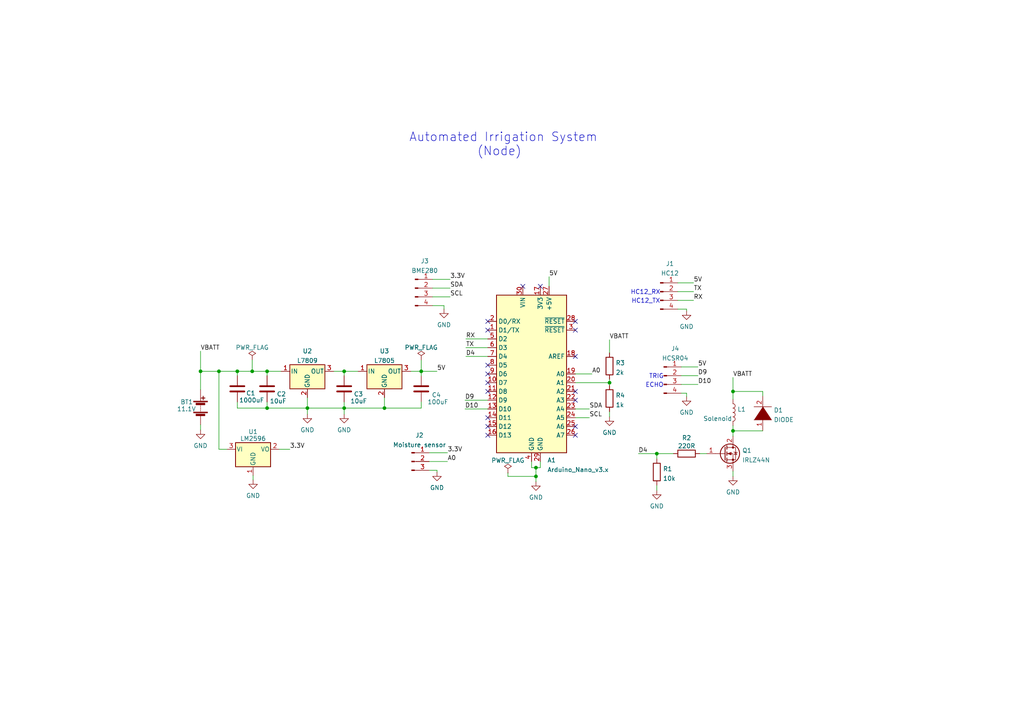
<source format=kicad_sch>
(kicad_sch (version 20211123) (generator eeschema)
  (paper "A4")
  (lib_symbols
    (symbol "Connector:Conn_01x03_Male" (pin_names (offset 1.016) hide)
      (property "Reference" "J" (at 0 5.08 0))
      (property "Value" "Conn_01x03_Male" (at 0 -5.08 0))
      (symbol "Conn_01x03_Male_1_1"
        (polyline (pts (xy 1.27 -2.54) (xy 0.8636 -2.54)) (stroke (width 0.1524)))
        (polyline (pts (xy 1.27 0) (xy 0.8636 0)) (stroke (width 0.1524)))
        (polyline (pts (xy 1.27 2.54) (xy 0.8636 2.54)) (stroke (width 0.1524)))
        (rectangle (start 0.8636 -2.413) (end 0 -2.667) (stroke (width 0.1524)) (fill (type outline)))
        (rectangle (start 0.8636 0.127) (end 0 -0.127) (stroke (width 0.1524)) (fill (type outline)))
        (rectangle (start 0.8636 2.667) (end 0 2.413) (stroke (width 0.1524)) (fill (type outline)))
        (pin passive line (at 5.08 2.54 180) (length 3.81) (name "Pin_1") (number "1"))
        (pin passive line (at 5.08 0 180) (length 3.81) (name "Pin_2") (number "2"))
        (pin passive line (at 5.08 -2.54 180) (length 3.81) (name "Pin_3") (number "3"))
      )
    )
    (symbol "Connector:Conn_01x04_Male" (pin_names (offset 1.016) hide)
      (property "Reference" "J" (at 0 5.08 0))
      (property "Value" "Conn_01x04_Male" (at 0 -7.62 0))
      (symbol "Conn_01x04_Male_1_1"
        (polyline (pts (xy 1.27 -5.08) (xy 0.8636 -5.08)) (stroke (width 0.1524)))
        (polyline (pts (xy 1.27 -2.54) (xy 0.8636 -2.54)) (stroke (width 0.1524)))
        (polyline (pts (xy 1.27 0) (xy 0.8636 0)) (stroke (width 0.1524)))
        (polyline (pts (xy 1.27 2.54) (xy 0.8636 2.54)) (stroke (width 0.1524)))
        (rectangle (start 0.8636 -4.953) (end 0 -5.207) (stroke (width 0.1524)) (fill (type outline)))
        (rectangle (start 0.8636 -2.413) (end 0 -2.667) (stroke (width 0.1524)) (fill (type outline)))
        (rectangle (start 0.8636 0.127) (end 0 -0.127) (stroke (width 0.1524)) (fill (type outline)))
        (rectangle (start 0.8636 2.667) (end 0 2.413) (stroke (width 0.1524)) (fill (type outline)))
        (pin passive line (at 5.08 2.54 180) (length 3.81) (name "Pin_1") (number "1"))
        (pin passive line (at 5.08 0 180) (length 3.81) (name "Pin_2") (number "2"))
        (pin passive line (at 5.08 -2.54 180) (length 3.81) (name "Pin_3") (number "3"))
        (pin passive line (at 5.08 -5.08 180) (length 3.81) (name "Pin_4") (number "4"))
      )
    )
    (symbol "Device:Battery" (pin_numbers hide) (pin_names (offset 0) hide)
      (property "Reference" "BT" (at 2.54 2.54 0))
      (property "Value" "Battery" (at 2.54 0 0))
      (symbol "Battery_0_1"
        (rectangle (start -2.032 -1.397) (end 2.032 -1.651) (fill (type outline)))
        (rectangle (start -2.032 1.778) (end 2.032 1.524) (fill (type outline)))
        (rectangle (start -1.3208 -1.9812) (end 1.27 -2.4892) (fill (type outline)))
        (rectangle (start -1.3208 1.1938) (end 1.27 0.6858) (fill (type outline)))
        (polyline (pts (xy 0 -1.524) (xy 0 -1.27)))
        (polyline (pts (xy 0 -1.016) (xy 0 -0.762)))
        (polyline (pts (xy 0 -0.508) (xy 0 -0.254)))
        (polyline (pts (xy 0 0) (xy 0 0.254)))
        (polyline (pts (xy 0 0.508) (xy 0 0.762)))
        (polyline (pts (xy 0 1.778) (xy 0 2.54)))
        (polyline (pts (xy 0.254 2.667) (xy 1.27 2.667)) (stroke (width 0.254)))
        (polyline (pts (xy 0.762 3.175) (xy 0.762 2.159)) (stroke (width 0.254)))
      )
      (symbol "Battery_1_1"
        (pin passive line (at 0 5.08 270) (length 2.54) (name "+") (number "1"))
        (pin passive line (at 0 -5.08 90) (length 2.54) (name "-") (number "2"))
      )
    )
    (symbol "Device:C" (pin_numbers hide) (pin_names (offset 0.254))
      (property "Reference" "C" (at 0.635 2.54 0))
      (property "Value" "C" (at 0.635 -2.54 0))
      (symbol "C_0_1"
        (polyline (pts (xy -2.032 -0.762) (xy 2.032 -0.762)) (stroke (width 0.508)))
        (polyline (pts (xy -2.032 0.762) (xy 2.032 0.762)) (stroke (width 0.508)))
      )
      (symbol "C_1_1"
        (pin passive line (at 0 3.81 270) (length 2.794) (name "~") (number "1"))
        (pin passive line (at 0 -3.81 90) (length 2.794) (name "~") (number "2"))
      )
    )
    (symbol "Device:L" (pin_numbers hide) (pin_names (offset 1.016) hide)
      (property "Reference" "L" (at -1.27 0 90))
      (property "Value" "L" (at 1.905 0 90))
      (symbol "L_0_1"
        (arc (start 0 -2.54) (mid 0.635 -1.905) (end 0 -1.27))
        (arc (start 0 -1.27) (mid 0.635 -0.635) (end 0 0))
        (arc (start 0 0) (mid 0.635 0.635) (end 0 1.27))
        (arc (start 0 1.27) (mid 0.635 1.905) (end 0 2.54))
      )
      (symbol "L_1_1"
        (pin passive line (at 0 3.81 270) (length 1.27) (name "1") (number "1"))
        (pin passive line (at 0 -3.81 90) (length 1.27) (name "2") (number "2"))
      )
    )
    (symbol "Device:R" (pin_numbers hide) (pin_names (offset 0))
      (property "Reference" "R" (at 2.032 0 90))
      (property "Value" "R" (at 0 0 90))
      (symbol "R_0_1"
        (rectangle (start -1.016 -2.54) (end 1.016 2.54) (stroke (width 0.254)))
      )
      (symbol "R_1_1"
        (pin passive line (at 0 3.81 270) (length 1.27) (name "~") (number "1"))
        (pin passive line (at 0 -3.81 90) (length 1.27) (name "~") (number "2"))
      )
    )
    (symbol "MCU_Module:Arduino_Nano_v3.x"
      (property "Reference" "A1" (at 4.5594 -25.0095 0))
      (property "Value" "Arduino_Nano_v3.x" (at 4.5594 -27.7846 0))
      (symbol "Arduino_Nano_v3.x_0_1"
        (rectangle (start -10.16 22.86) (end 10.16 -22.86) (stroke (width 0.254)) (fill (type background)))
      )
      (symbol "Arduino_Nano_v3.x_1_1"
        (pin bidirectional line (at -12.7 12.7 0) (length 2.54) (name "D1/TX") (number "1"))
        (pin bidirectional line (at -12.7 -2.54 0) (length 2.54) (name "D7") (number "10"))
        (pin bidirectional line (at -12.7 -5.08 0) (length 2.54) (name "D8") (number "11"))
        (pin bidirectional line (at -12.7 -7.62 0) (length 2.54) (name "D9") (number "12"))
        (pin bidirectional line (at -12.7 -10.16 0) (length 2.54) (name "D10") (number "13"))
        (pin bidirectional line (at -12.7 -12.7 0) (length 2.54) (name "D11") (number "14"))
        (pin bidirectional line (at -12.7 -15.24 0) (length 2.54) (name "D12") (number "15"))
        (pin bidirectional line (at -12.7 -17.78 0) (length 2.54) (name "D13") (number "16"))
        (pin power_out line (at 2.54 25.4 270) (length 2.54) (name "3V3") (number "17"))
        (pin input line (at 12.7 5.08 180) (length 2.54) (name "AREF") (number "18"))
        (pin bidirectional line (at 12.7 0 180) (length 2.54) (name "A0") (number "19"))
        (pin bidirectional line (at -12.7 15.24 0) (length 2.54) (name "D0/RX") (number "2"))
        (pin bidirectional line (at 12.7 -2.54 180) (length 2.54) (name "A1") (number "20"))
        (pin bidirectional line (at 12.7 -5.08 180) (length 2.54) (name "A2") (number "21"))
        (pin bidirectional line (at 12.7 -7.62 180) (length 2.54) (name "A3") (number "22"))
        (pin bidirectional line (at 12.7 -10.16 180) (length 2.54) (name "A4") (number "23"))
        (pin bidirectional line (at 12.7 -12.7 180) (length 2.54) (name "A5") (number "24"))
        (pin bidirectional line (at 12.7 -15.24 180) (length 2.54) (name "A6") (number "25"))
        (pin bidirectional line (at 12.7 -17.78 180) (length 2.54) (name "A7") (number "26"))
        (pin passive line (at 5.08 25.4 270) (length 2.54) (name "+5V") (number "27"))
        (pin input line (at 12.7 15.24 180) (length 2.54) (name "~{RESET}") (number "28"))
        (pin power_in line (at 2.54 -25.4 90) (length 2.54) (name "GND") (number "29"))
        (pin input line (at 12.7 12.7 180) (length 2.54) (name "~{RESET}") (number "3"))
        (pin power_in line (at -2.54 25.4 270) (length 2.54) (name "VIN") (number "30"))
        (pin power_in line (at 0 -25.4 90) (length 2.54) (name "GND") (number "4"))
        (pin bidirectional line (at -12.7 10.16 0) (length 2.54) (name "D2") (number "5"))
        (pin bidirectional line (at -12.7 7.62 0) (length 2.54) (name "D3") (number "6"))
        (pin bidirectional line (at -12.7 5.08 0) (length 2.54) (name "D4") (number "7"))
        (pin bidirectional line (at -12.7 2.54 0) (length 2.54) (name "D5") (number "8"))
        (pin bidirectional line (at -12.7 0 0) (length 2.54) (name "D6") (number "9"))
      )
    )
    (symbol "Regulator_Linear:L7805" (pin_names (offset 0.254))
      (property "Reference" "U" (at -3.81 3.175 0))
      (property "Value" "L7805" (at 0 3.175 0))
      (symbol "L7805_0_1"
        (rectangle (start -5.08 1.905) (end 5.08 -5.08) (stroke (width 0.254)) (fill (type background)))
      )
      (symbol "L7805_1_1"
        (pin power_in line (at -7.62 0 0) (length 2.54) (name "IN") (number "1"))
        (pin power_in line (at 0 -7.62 90) (length 2.54) (name "GND") (number "2"))
        (pin power_out line (at 7.62 0 180) (length 2.54) (name "OUT") (number "3"))
      )
    )
    (symbol "Regulator_Linear:L7809" (pin_names (offset 0.254))
      (property "Reference" "U" (at -3.81 3.175 0))
      (property "Value" "L7809" (at 0 3.175 0))
      (symbol "L7809_0_1"
        (rectangle (start -5.08 1.905) (end 5.08 -5.08) (stroke (width 0.254)) (fill (type background)))
      )
      (symbol "L7809_1_1"
        (pin power_in line (at -7.62 0 0) (length 2.54) (name "IN") (number "1"))
        (pin power_in line (at 0 -7.62 90) (length 2.54) (name "GND") (number "2"))
        (pin power_out line (at 7.62 0 180) (length 2.54) (name "OUT") (number "3"))
      )
    )
    (symbol "Regulator_Linear:LM1117-3.3" (pin_names (offset 0.254))
      (property "Reference" "U" (at -3.81 3.175 0))
      (property "Value" "LM1117-3.3" (at 0 3.175 0))
      (symbol "LM1117-3.3_0_1"
        (rectangle (start -5.08 -5.08) (end 5.08 1.905) (stroke (width 0.254)) (fill (type background)))
      )
      (symbol "LM1117-3.3_1_1"
        (pin power_in line (at 0 -7.62 90) (length 2.54) (name "GND") (number "1"))
        (pin power_out line (at 7.62 0 180) (length 2.54) (name "VO") (number "2"))
        (pin power_in line (at -7.62 0 0) (length 2.54) (name "VI") (number "3"))
      )
    )
    (symbol "Transistor_FET:IRLZ44N" (pin_names hide)
      (property "Reference" "Q" (at 6.35 1.905 0))
      (property "Value" "IRLZ44N" (at 6.35 0 0))
      (symbol "IRLZ44N_0_1"
        (polyline (pts (xy 0.254 0) (xy -2.54 0)))
        (polyline (pts (xy 0.254 1.905) (xy 0.254 -1.905)) (stroke (width 0.254)))
        (polyline (pts (xy 0.762 -1.27) (xy 0.762 -2.286)) (stroke (width 0.254)))
        (polyline (pts (xy 0.762 0.508) (xy 0.762 -0.508)) (stroke (width 0.254)))
        (polyline (pts (xy 0.762 2.286) (xy 0.762 1.27)) (stroke (width 0.254)))
        (polyline (pts (xy 2.54 2.54) (xy 2.54 1.778)))
        (polyline (pts (xy 2.54 -2.54) (xy 2.54 0) (xy 0.762 0)))
        (polyline (pts (xy 0.762 -1.778) (xy 3.302 -1.778) (xy 3.302 1.778) (xy 0.762 1.778)))
        (polyline (pts (xy 1.016 0) (xy 2.032 0.381) (xy 2.032 -0.381) (xy 1.016 0)) (fill (type outline)))
        (polyline (pts (xy 2.794 0.508) (xy 2.921 0.381) (xy 3.683 0.381) (xy 3.81 0.254)))
        (polyline (pts (xy 3.302 0.381) (xy 2.921 -0.254) (xy 3.683 -0.254) (xy 3.302 0.381)))
        (circle (center 1.651 0) (radius 2.794) (stroke (width 0.254)))
        (circle (center 2.54 -1.778) (radius 0.254) (fill (type outline)))
        (circle (center 2.54 1.778) (radius 0.254) (fill (type outline)))
      )
      (symbol "IRLZ44N_1_1"
        (pin input line (at -5.08 0 0) (length 2.54) (name "G") (number "1"))
        (pin passive line (at 2.54 5.08 270) (length 2.54) (name "D") (number "2"))
        (pin passive line (at 2.54 -5.08 90) (length 2.54) (name "S") (number "3"))
      )
    )
    (symbol "power:GND" (power) (pin_names (offset 0))
      (property "Value" "GND" (at 0 -3.81 0))
      (symbol "GND_0_1"
        (polyline (pts (xy 0 0) (xy 0 -1.27) (xy 1.27 -1.27) (xy 0 -2.54) (xy -1.27 -1.27) (xy 0 -1.27)))
      )
      (symbol "GND_1_1"
        (pin power_in line (at 0 0 270) (length 0) hide (name "GND") (number "1"))
      )
    )
    (symbol "power:PWR_FLAG" (power) (pin_numbers hide) (pin_names (offset 0) hide)
      (property "Value" "PWR_FLAG" (at 0 3.81 0))
      (symbol "PWR_FLAG_0_0"
        (pin power_out line (at 0 0 90) (length 0) (name "pwr") (number "1"))
      )
      (symbol "PWR_FLAG_0_1"
        (polyline (pts (xy 0 0) (xy 0 1.27) (xy -1.016 1.905) (xy 0 2.54) (xy 1.016 1.905) (xy 0 1.27)))
      )
    )
    (symbol "pspice:DIODE" (pin_names (offset 1.016) hide)
      (property "Reference" "D" (at 0 3.81 0))
      (property "Value" "DIODE" (at 0 -4.445 0))
      (symbol "DIODE_0_1"
        (polyline (pts (xy 1.905 2.54) (xy 1.905 -2.54)))
        (polyline (pts (xy -1.905 2.54) (xy -1.905 -2.54) (xy 1.905 0)) (fill (type outline)))
      )
      (symbol "DIODE_1_1"
        (pin input line (at -5.08 0 0) (length 3.81) (name "K") (number "1"))
        (pin input line (at 5.08 0 180) (length 3.81) (name "A") (number "2"))
      )
    )
  )
  (junction (at 63.5 107.696))
  (junction (at 58.166 107.696))
  (junction (at 190.5 131.572))
  (junction (at 68.834 107.696))
  (junction (at 155.448 135.636))
  (junction (at 111.506 118.364))
  (junction (at 176.784 110.998))
  (junction (at 212.598 124.968))
  (junction (at 99.822 107.696))
  (junction (at 99.822 118.364))
  (junction (at 212.598 113.538))
  (junction (at 155.448 138.176))
  (junction (at 73.152 107.696))
  (junction (at 89.154 118.364))
  (junction (at 77.47 118.364))
  (junction (at 77.47 107.696))
  (junction (at 122.174 107.696))
  (no_connect (at 166.878 93.218))
  (no_connect (at 166.878 95.758))
  (no_connect (at 166.878 103.378))
  (no_connect (at 141.478 93.218))
  (no_connect (at 156.718 83.058))
  (no_connect (at 151.638 83.058))
  (no_connect (at 141.478 95.758))
  (no_connect (at 141.478 123.698))
  (no_connect (at 141.478 121.158))
  (no_connect (at 141.478 113.538))
  (no_connect (at 141.478 126.238))
  (no_connect (at 141.478 108.458))
  (no_connect (at 141.478 110.998))
  (no_connect (at 141.478 105.918))
  (no_connect (at 166.878 126.238))
  (no_connect (at 166.878 123.698))
  (no_connect (at 166.878 113.538))
  (no_connect (at 166.878 116.078))
  (wire (pts (xy 99.822 108.966) (xy 99.822 107.696)))
  (wire (pts (xy 124.46 133.858) (xy 129.794 133.858)))
  (wire (pts (xy 77.47 107.696) (xy 81.534 107.696)))
  (wire (pts (xy 111.506 115.316) (xy 111.506 118.364)))
  (wire (pts (xy 147.32 138.176) (xy 155.448 138.176)))
  (wire (pts (xy 77.47 118.364) (xy 89.154 118.364)))
  (wire (pts (xy 99.822 107.696) (xy 103.886 107.696)))
  (wire (pts (xy 155.448 135.636) (xy 155.448 138.176)))
  (wire (pts (xy 122.174 104.394) (xy 122.174 107.696)))
  (wire (pts (xy 212.598 109.474) (xy 212.598 113.538)))
  (wire (pts (xy 176.784 119.38) (xy 176.784 120.904)))
  (wire (pts (xy 125.476 86.106) (xy 130.556 86.106)))
  (wire (pts (xy 135.128 103.378) (xy 141.478 103.378)))
  (wire (pts (xy 212.598 123.444) (xy 212.598 124.968)))
  (wire (pts (xy 196.596 82.042) (xy 201.168 82.042)))
  (wire (pts (xy 197.612 114.046) (xy 199.136 114.046)))
  (wire (pts (xy 68.834 107.696) (xy 68.834 108.966)))
  (wire (pts (xy 77.47 116.586) (xy 77.47 118.364)))
  (wire (pts (xy 58.166 107.696) (xy 58.166 113.03)))
  (wire (pts (xy 134.874 118.618) (xy 141.478 118.618)))
  (wire (pts (xy 202.946 131.572) (xy 204.978 131.572)))
  (wire (pts (xy 196.596 84.582) (xy 201.168 84.582)))
  (wire (pts (xy 73.152 104.394) (xy 73.152 107.696)))
  (wire (pts (xy 159.258 80.264) (xy 159.258 83.058)))
  (wire (pts (xy 154.178 133.858) (xy 154.178 135.636)))
  (wire (pts (xy 212.598 113.538) (xy 212.598 115.824)))
  (wire (pts (xy 122.174 107.696) (xy 126.746 107.696)))
  (wire (pts (xy 89.154 118.364) (xy 89.154 120.142)))
  (wire (pts (xy 135.128 98.298) (xy 141.478 98.298)))
  (wire (pts (xy 124.46 131.318) (xy 129.794 131.318)))
  (wire (pts (xy 197.612 111.506) (xy 202.438 111.506)))
  (wire (pts (xy 81.026 130.302) (xy 84.074 130.302)))
  (wire (pts (xy 68.834 118.364) (xy 77.47 118.364)))
  (wire (pts (xy 89.154 115.316) (xy 89.154 118.364)))
  (wire (pts (xy 196.596 87.122) (xy 201.168 87.122)))
  (wire (pts (xy 166.878 108.458) (xy 171.704 108.458)))
  (wire (pts (xy 166.878 118.618) (xy 170.942 118.618)))
  (wire (pts (xy 89.154 118.364) (xy 99.822 118.364)))
  (wire (pts (xy 77.47 107.696) (xy 77.47 108.966)))
  (wire (pts (xy 73.152 107.696) (xy 77.47 107.696)))
  (wire (pts (xy 58.166 101.854) (xy 58.166 107.696)))
  (wire (pts (xy 122.174 107.696) (xy 122.174 108.966)))
  (wire (pts (xy 122.174 116.586) (xy 122.174 118.364)))
  (wire (pts (xy 134.874 116.078) (xy 141.478 116.078)))
  (wire (pts (xy 126.746 136.398) (xy 126.746 136.906)))
  (wire (pts (xy 199.136 114.046) (xy 199.136 115.062)))
  (wire (pts (xy 176.784 110.998) (xy 176.784 111.76)))
  (wire (pts (xy 190.5 131.572) (xy 190.5 133.096)))
  (wire (pts (xy 58.166 107.696) (xy 63.5 107.696)))
  (wire (pts (xy 212.598 136.652) (xy 212.598 138.176)))
  (wire (pts (xy 124.46 136.398) (xy 126.746 136.398)))
  (wire (pts (xy 199.136 89.662) (xy 199.136 90.17)))
  (wire (pts (xy 176.784 109.982) (xy 176.784 110.998)))
  (wire (pts (xy 122.174 118.364) (xy 111.506 118.364)))
  (wire (pts (xy 63.5 107.696) (xy 68.834 107.696)))
  (wire (pts (xy 128.778 88.646) (xy 128.778 89.662)))
  (wire (pts (xy 119.126 107.696) (xy 122.174 107.696)))
  (wire (pts (xy 96.774 107.696) (xy 99.822 107.696)))
  (wire (pts (xy 154.178 135.636) (xy 155.448 135.636)))
  (wire (pts (xy 73.406 137.922) (xy 73.406 139.192)))
  (wire (pts (xy 212.598 124.968) (xy 212.598 126.492)))
  (wire (pts (xy 197.612 106.426) (xy 202.438 106.426)))
  (wire (pts (xy 63.5 130.302) (xy 65.786 130.302)))
  (wire (pts (xy 63.5 107.696) (xy 63.5 130.302)))
  (wire (pts (xy 68.834 107.696) (xy 73.152 107.696)))
  (wire (pts (xy 221.234 113.538) (xy 212.598 113.538)))
  (wire (pts (xy 58.166 123.19) (xy 58.166 124.714)))
  (wire (pts (xy 125.476 88.646) (xy 128.778 88.646)))
  (wire (pts (xy 212.598 124.968) (xy 221.234 124.968)))
  (wire (pts (xy 135.128 100.838) (xy 141.478 100.838)))
  (wire (pts (xy 111.506 118.364) (xy 99.822 118.364)))
  (wire (pts (xy 185.166 131.572) (xy 190.5 131.572)))
  (wire (pts (xy 99.822 118.364) (xy 99.822 120.142)))
  (wire (pts (xy 147.32 137.16) (xy 147.32 138.176)))
  (wire (pts (xy 156.718 133.858) (xy 156.718 135.636)))
  (wire (pts (xy 176.784 98.552) (xy 176.784 102.362)))
  (wire (pts (xy 155.448 138.176) (xy 155.448 139.7)))
  (wire (pts (xy 155.448 135.636) (xy 156.718 135.636)))
  (wire (pts (xy 166.878 110.998) (xy 176.784 110.998)))
  (wire (pts (xy 99.822 116.586) (xy 99.822 118.364)))
  (wire (pts (xy 125.476 83.566) (xy 130.556 83.566)))
  (wire (pts (xy 190.5 131.572) (xy 195.326 131.572)))
  (wire (pts (xy 190.5 140.716) (xy 190.5 142.24)))
  (wire (pts (xy 197.612 108.966) (xy 202.438 108.966)))
  (wire (pts (xy 166.878 121.158) (xy 170.942 121.158)))
  (wire (pts (xy 221.234 114.808) (xy 221.234 113.538)))
  (wire (pts (xy 68.834 116.586) (xy 68.834 118.364)))
  (wire (pts (xy 125.476 81.026) (xy 130.556 81.026)))
  (wire (pts (xy 196.596 89.662) (xy 199.136 89.662)))
  (text "HC12_TX" (at 183.134 88.138 0) (effects (font (size 1.27 1.27)) (justify left bottom)))
  (text "TRIG" (at 188.214 109.982 0) (effects (font (size 1.27 1.27)) (justify left bottom)))
  (text "HC12_RX" (at 182.88 85.598 0) (effects (font (size 1.27 1.27)) (justify left bottom)))
  (text "Automated Irrigation System\n		(Node)" (at 118.618 45.466 0) (effects (font (size 2.54 2.54)) (justify left bottom)))
  (text "ECHO" (at 187.198 112.522 0) (effects (font (size 1.27 1.27)) (justify left bottom)))
  (label "SDA" (at 130.556 83.566 0))
  (label "A0" (at 129.794 133.858 0))
  (label "TX" (at 201.168 84.582 0))
  (label "D10" (at 134.874 118.618 0))
  (label "D10" (at 202.438 111.506 0))
  (label "SDA" (at 170.942 118.618 0))
  (label "RX" (at 201.168 87.122 0))
  (label "TX" (at 135.128 100.838 0))
  (label "5V" (at 126.746 107.696 0))
  (label "SCL" (at 170.942 121.158 0))
  (label "D9" (at 202.438 108.966 0))
  (label "3.3V" (at 130.556 81.026 0))
  (label "5V" (at 159.258 80.264 0))
  (label "A0" (at 171.704 108.458 0))
  (label "VBATT" (at 58.166 101.854 0))
  (label "RX" (at 135.128 98.298 0))
  (label "VBATT" (at 212.598 109.474 0))
  (label "D4" (at 135.128 103.378 0))
  (label "5V" (at 202.438 106.426 0))
  (label "VBATT" (at 176.784 98.552 0))
  (label "3.3V" (at 84.074 130.302 0))
  (label "3.3V" (at 129.794 131.318 0))
  (label "SCL" (at 130.556 86.106 0))
  (label "5V" (at 201.168 82.042 0))
  (label "D4" (at 185.166 131.572 0))
  (label "D9" (at 134.874 116.078 0))
  (symbol (lib_id "pspice:DIODE") (at 221.234 119.888 90) (unit 1)
    (property "Reference" "D1" (at 224.409 118.9795 90) (effects (justify right)))
    (property "Value" "DIODE" (at 224.409 121.7546 90) (effects (justify right)))
  )
  (symbol (lib_id "Device:L") (at 212.598 119.634 0) (unit 1)
    (property "Reference" "L1" (at 213.868 118.7255 0) (effects (justify left)))
    (property "Value" "Solenoid" (at 203.962 121.412 0) (effects (justify left)))
  )
  (symbol (lib_id "Connector:Conn_01x04_Male") (at 191.516 84.582 0) (unit 1)
    (property "Reference" "J1" (at 194.31 76.4729 0))
    (property "Value" "HC12" (at 194.31 79.248 0))
  )
  (symbol (lib_id "Device:Battery") (at 58.166 118.11 0) (unit 1)
    (property "Reference" "BT1" (at 52.324 116.586 0) (effects (justify left)))
    (property "Value" "11.1V" (at 51.308 118.618 0) (effects (justify left)))
  )
  (symbol (lib_id "MCU_Module:Arduino_Nano_v3.x") (at 154.178 108.458 0) (unit 1)
    (property "Reference" "A1" (at 158.7374 133.4675 0) (effects (justify left)))
    (property "Value" "Arduino_Nano_v3.x" (at 158.7374 136.2426 0) (effects (justify left)))
    (property "Footprint" "Module:Arduino_Nano" (effects hide))
    (property "Datasheet" "http://www.mouser.com/pdfdocs/Gravitech_Arduino_Nano3_0.pdf" (effects hide))
  )
  (symbol (lib_id "Regulator_Linear:L7805") (at 111.506 107.696 0) (unit 1)
    (property "Reference" "U3" (at 111.506 101.8245 0))
    (property "Value" "L7805" (at 111.506 104.5996 0))
    (property "Datasheet" "http://www.st.com/content/ccc/resource/technical/document/datasheet/41/4f/b3/b0/12/d4/47/88/CD00000444.pdf/files/CD00000444.pdf/jcr:content/translations/en.CD00000444.pdf" (effects hide))
  )
  (symbol (lib_id "Device:C") (at 99.822 112.776 0) (unit 1)
    (property "Reference" "C3" (at 102.616 114.3 0) (effects (justify left)))
    (property "Value" "10uF" (at 101.6 116.332 0) (effects (justify left)))
  )
  (symbol (lib_id "power:GND") (at 58.166 124.714 0) (unit 1)
    (property "Reference" "#PWR01" (effects hide))
    (property "Value" "GND" (at 58.166 129.2765 0))
  )
  (symbol (lib_id "Device:C") (at 122.174 112.776 0) (unit 1)
    (property "Reference" "C4" (at 125.222 114.554 0) (effects (justify left)))
    (property "Value" "100uF" (at 123.952 116.586 0) (effects (justify left)))
  )
  (symbol (lib_id "power:GND") (at 128.778 89.662 0) (unit 1)
    (property "Reference" "#PWR09" (effects hide))
    (property "Value" "GND" (at 128.778 94.2245 0))
  )
  (symbol (lib_id "Device:R") (at 199.136 131.572 90) (unit 1)
    (property "Reference" "R2" (at 199.136 127 90))
    (property "Value" "220R" (at 199.136 129.3646 90))
  )
  (symbol (lib_id "power:GND") (at 176.784 120.904 0) (unit 1)
    (property "Reference" "#PWR011" (effects hide))
    (property "Value" "GND" (at 176.784 125.4665 0))
  )
  (symbol (lib_id "Connector:Conn_01x03_Male") (at 119.38 133.858 0) (unit 1)
    (property "Reference" "J2" (at 121.666 126.2569 0))
    (property "Value" "Moisture sensor" (at 121.666 129.032 0))
  )
  (symbol (lib_id "Device:R") (at 176.784 106.172 0) (unit 1)
    (property "Reference" "R3" (at 178.562 105.2635 0) (effects (justify left)))
    (property "Value" "2k" (at 178.562 108.0386 0) (effects (justify left)))
  )
  (symbol (lib_id "Connector:Conn_01x04_Male") (at 120.396 83.566 0) (unit 1)
    (property "Reference" "J3" (at 123.19 75.7109 0))
    (property "Value" "BME280" (at 123.19 78.486 0))
  )
  (symbol (lib_id "Device:R") (at 176.784 115.57 0) (unit 1)
    (property "Reference" "R4" (at 178.562 114.6615 0) (effects (justify left)))
    (property "Value" "1k" (at 178.562 117.4366 0) (effects (justify left)))
  )
  (symbol (lib_id "power:GND") (at 99.822 120.142 0) (unit 1)
    (property "Reference" "#PWR05" (effects hide))
    (property "Value" "GND" (at 99.822 124.7045 0))
  )
  (symbol (lib_id "power:GND") (at 73.406 139.192 0) (unit 1)
    (property "Reference" "#PWR02" (effects hide))
    (property "Value" "GND" (at 73.406 143.7545 0))
  )
  (symbol (lib_id "power:GND") (at 199.136 90.17 0) (unit 1)
    (property "Reference" "#PWR07" (effects hide))
    (property "Value" "GND" (at 199.136 94.7325 0))
  )
  (symbol (lib_id "power:GND") (at 199.136 115.062 0) (unit 1)
    (property "Reference" "#PWR012" (effects hide))
    (property "Value" "GND" (at 199.136 119.6245 0))
  )
  (symbol (lib_id "power:PWR_FLAG") (at 73.152 104.394 0) (unit 1)
    (property "Reference" "#FLG0102" (effects hide))
    (property "Value" "PWR_FLAG" (at 73.152 100.7895 0))
  )
  (symbol (lib_id "power:GND") (at 89.154 120.142 0) (unit 1)
    (property "Reference" "#PWR04" (effects hide))
    (property "Value" "GND" (at 89.154 124.7045 0))
  )
  (symbol (lib_id "Device:C") (at 68.834 112.776 0) (unit 1)
    (property "Reference" "C1" (at 71.374 114.046 0) (effects (justify left)))
    (property "Value" "1000uF" (at 69.342 116.078 0) (effects (justify left)))
  )
  (symbol (lib_id "Regulator_Linear:LM1117-3.3") (at 73.406 130.302 0) (unit 1)
    (property "Reference" "U1" (at 73.406 125.222 0))
    (property "Value" "LM2596" (at 73.406 127.2056 0))
    (property "Datasheet" "http://www.ti.com/lit/ds/symlink/lm1117.pdf" (effects hide))
  )
  (symbol (lib_id "power:PWR_FLAG") (at 122.174 104.394 0) (unit 1)
    (property "Reference" "#FLG0103" (effects hide))
    (property "Value" "PWR_FLAG" (at 122.174 100.7895 0))
  )
  (symbol (lib_id "Connector:Conn_01x04_Male") (at 192.532 108.966 0) (unit 1)
    (property "Reference" "J4" (at 195.834 101.1109 0))
    (property "Value" "HCSR04" (at 195.834 103.886 0))
  )
  (symbol (lib_id "Device:R") (at 190.5 136.906 0) (unit 1)
    (property "Reference" "R1" (at 192.278 135.9975 0) (effects (justify left)))
    (property "Value" "10k" (at 192.278 138.7726 0) (effects (justify left)))
  )
  (symbol (lib_id "power:GND") (at 212.598 138.176 0) (unit 1)
    (property "Reference" "#PWR06" (effects hide))
    (property "Value" "GND" (at 212.598 142.7385 0))
  )
  (symbol (lib_id "Regulator_Linear:L7809") (at 89.154 107.696 0) (unit 1)
    (property "Reference" "U2" (at 89.154 101.8245 0))
    (property "Value" "L7809" (at 89.154 104.5996 0))
    (property "Datasheet" "http://www.st.com/content/ccc/resource/technical/document/datasheet/41/4f/b3/b0/12/d4/47/88/CD00000444.pdf/files/CD00000444.pdf/jcr:content/translations/en.CD00000444.pdf" (effects hide))
  )
  (symbol (lib_id "power:GND") (at 155.448 139.7 0) (unit 1)
    (property "Reference" "#PWR010" (effects hide))
    (property "Value" "GND" (at 155.448 144.2625 0))
  )
  (symbol (lib_id "Device:C") (at 77.47 112.776 0) (unit 1)
    (property "Reference" "C2" (at 80.264 114.3 0) (effects (justify left)))
    (property "Value" "10uF" (at 78.232 116.332 0) (effects (justify left)))
  )
  (symbol (lib_id "power:GND") (at 126.746 136.906 0) (unit 1)
    (property "Reference" "#PWR08" (effects hide))
    (property "Value" "GND" (at 126.746 141.4685 0))
  )
  (symbol (lib_id "power:GND") (at 190.5 142.24 0) (unit 1)
    (property "Reference" "#PWR03" (effects hide))
    (property "Value" "GND" (at 190.5 146.8025 0))
  )
  (symbol (lib_id "Transistor_FET:IRLZ44N") (at 210.058 131.572 0) (unit 1)
    (property "Reference" "Q1" (at 215.265 130.6635 0) (effects (justify left)))
    (property "Value" "IRLZ44N" (at 215.265 133.4386 0) (effects (justify left)))
    (property "Footprint" "Package_TO_SOT_THT:TO-220-3_Vertical" (effects hide))
    (property "Datasheet" "http://www.irf.com/product-info/datasheets/data/irlz44n.pdf" (effects hide))
  )
  (symbol (lib_id "power:PWR_FLAG") (at 147.32 137.16 0) (unit 1)
    (property "Reference" "#FLG0101" (effects hide))
    (property "Value" "PWR_FLAG" (at 147.32 133.5555 0))
  )
)
</source>
